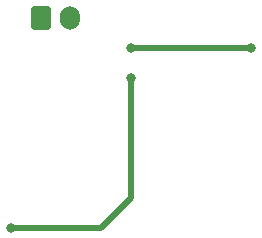
<source format=gbr>
%TF.GenerationSoftware,KiCad,Pcbnew,7.0.10*%
%TF.CreationDate,2024-01-18T13:18:40-08:00*%
%TF.ProjectId,Lab2,4c616232-2e6b-4696-9361-645f70636258,rev?*%
%TF.SameCoordinates,Original*%
%TF.FileFunction,Copper,L2,Bot*%
%TF.FilePolarity,Positive*%
%FSLAX46Y46*%
G04 Gerber Fmt 4.6, Leading zero omitted, Abs format (unit mm)*
G04 Created by KiCad (PCBNEW 7.0.10) date 2024-01-18 13:18:40*
%MOMM*%
%LPD*%
G01*
G04 APERTURE LIST*
G04 Aperture macros list*
%AMRoundRect*
0 Rectangle with rounded corners*
0 $1 Rounding radius*
0 $2 $3 $4 $5 $6 $7 $8 $9 X,Y pos of 4 corners*
0 Add a 4 corners polygon primitive as box body*
4,1,4,$2,$3,$4,$5,$6,$7,$8,$9,$2,$3,0*
0 Add four circle primitives for the rounded corners*
1,1,$1+$1,$2,$3*
1,1,$1+$1,$4,$5*
1,1,$1+$1,$6,$7*
1,1,$1+$1,$8,$9*
0 Add four rect primitives between the rounded corners*
20,1,$1+$1,$2,$3,$4,$5,0*
20,1,$1+$1,$4,$5,$6,$7,0*
20,1,$1+$1,$6,$7,$8,$9,0*
20,1,$1+$1,$8,$9,$2,$3,0*%
G04 Aperture macros list end*
%TA.AperFunction,ComponentPad*%
%ADD10RoundRect,0.250000X-0.600000X-0.750000X0.600000X-0.750000X0.600000X0.750000X-0.600000X0.750000X0*%
%TD*%
%TA.AperFunction,ComponentPad*%
%ADD11O,1.700000X2.000000*%
%TD*%
%TA.AperFunction,ViaPad*%
%ADD12C,0.800000*%
%TD*%
%TA.AperFunction,Conductor*%
%ADD13C,0.500000*%
%TD*%
G04 APERTURE END LIST*
D10*
%TO.P,J1,1,Pin_1*%
%TO.N,+9V*%
X73660000Y-35560000D03*
D11*
%TO.P,J1,2,Pin_2*%
%TO.N,GND*%
X76160000Y-35560000D03*
%TD*%
D12*
%TO.N,+9V*%
X81280000Y-40640000D03*
X71120000Y-53340000D03*
%TO.N,GND*%
X91440000Y-38100000D03*
X81280000Y-38100000D03*
%TD*%
D13*
%TO.N,+9V*%
X81280000Y-50800000D02*
X81280000Y-40640000D01*
X78740000Y-53340000D02*
X81280000Y-50800000D01*
X71120000Y-53340000D02*
X78740000Y-53340000D01*
%TO.N,GND*%
X81280000Y-38100000D02*
X91440000Y-38100000D01*
%TD*%
M02*

</source>
